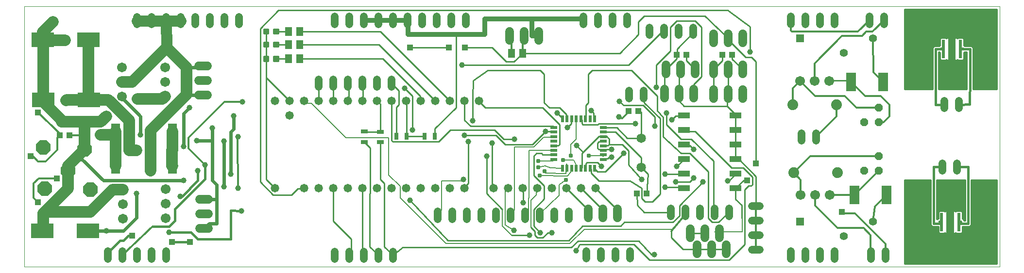
<source format=gtl>
G75*
%MOIN*%
%OFA0B0*%
%FSLAX25Y25*%
%IPPOS*%
%LPD*%
%AMOC8*
5,1,8,0,0,1.08239X$1,22.5*
%
%ADD10C,0.00000*%
%ADD11R,0.04331X0.03937*%
%ADD12C,0.06000*%
%ADD13OC8,0.10000*%
%ADD14R,0.07900X0.04300*%
%ADD15C,0.05800*%
%ADD16C,0.06750*%
%ADD17R,0.05000X0.02200*%
%ADD18R,0.02200X0.05000*%
%ADD19C,0.06500*%
%ADD20C,0.05200*%
%ADD21R,0.15748X0.09843*%
%ADD22R,0.06181X0.11102*%
%ADD23R,0.03150X0.04724*%
%ADD24R,0.04724X0.03150*%
%ADD25R,0.05543X0.05543*%
%ADD26C,0.05543*%
%ADD27R,0.07087X0.12598*%
%ADD28OC8,0.05200*%
%ADD29C,0.07400*%
%ADD30R,0.05118X0.05906*%
%ADD31C,0.01181*%
%ADD32R,0.01969X0.12992*%
%ADD33R,0.01575X0.01969*%
%ADD34R,0.05118X0.12992*%
%ADD35R,0.03937X0.04331*%
%ADD36C,0.00984*%
%ADD37C,0.01000*%
%ADD38C,0.03962*%
%ADD39C,0.02400*%
%ADD40C,0.01200*%
%ADD41C,0.01575*%
%ADD42R,0.03962X0.03962*%
%ADD43C,0.00600*%
%ADD44C,0.03100*%
%ADD45C,0.07874*%
%ADD46C,0.07600*%
%ADD47C,0.04750*%
%ADD48R,0.04750X0.04750*%
%ADD49C,0.03200*%
%ADD50C,0.01600*%
%ADD51R,0.03100X0.03100*%
D10*
X0115195Y0123933D02*
X0115195Y0302634D01*
X0784486Y0302634D01*
X0784486Y0123933D01*
X0115195Y0123933D01*
D11*
X0139407Y0213992D03*
X0146100Y0213992D03*
X0529742Y0230665D03*
X0536435Y0230665D03*
X0535401Y0174209D03*
X0542094Y0174209D03*
D12*
X0522072Y0163490D02*
X0522072Y0157490D01*
X0512072Y0157490D02*
X0512072Y0163490D01*
X0502072Y0163490D02*
X0502072Y0157490D01*
X0571993Y0149955D02*
X0571993Y0143955D01*
X0576793Y0138744D02*
X0576793Y0132744D01*
X0586793Y0132744D02*
X0586793Y0138744D01*
X0581993Y0143955D02*
X0581993Y0149955D01*
X0591993Y0149955D02*
X0591993Y0143955D01*
X0596793Y0138744D02*
X0596793Y0132744D01*
X0597974Y0239366D02*
X0597974Y0245366D01*
X0607974Y0245366D02*
X0607974Y0239366D01*
X0587974Y0239366D02*
X0587974Y0245366D01*
X0574510Y0245681D02*
X0574510Y0239681D01*
X0564510Y0239681D02*
X0564510Y0245681D01*
X0554510Y0245681D02*
X0554510Y0239681D01*
X0555297Y0256374D02*
X0555297Y0262374D01*
X0565297Y0262374D02*
X0565297Y0256374D01*
X0575297Y0256374D02*
X0575297Y0262374D01*
X0587974Y0262453D02*
X0587974Y0256453D01*
X0597974Y0256453D02*
X0597974Y0262453D01*
X0607974Y0262453D02*
X0607974Y0256453D01*
X0608100Y0277835D02*
X0608100Y0283835D01*
X0598100Y0283835D02*
X0598100Y0277835D01*
X0588100Y0277835D02*
X0588100Y0283835D01*
X0468112Y0285382D02*
X0468112Y0279382D01*
X0458112Y0279382D02*
X0458112Y0285382D01*
X0448112Y0285382D02*
X0448112Y0279382D01*
X0240793Y0261650D02*
X0234793Y0261650D01*
X0234793Y0251650D02*
X0240793Y0251650D01*
X0240793Y0241650D02*
X0234793Y0241650D01*
X0235581Y0169988D02*
X0241581Y0169988D01*
X0241581Y0159988D02*
X0235581Y0159988D01*
X0235581Y0149988D02*
X0241581Y0149988D01*
D13*
X0160510Y0176807D03*
X0145116Y0189878D03*
X0129014Y0177516D03*
X0128069Y0205665D03*
X0156415Y0204484D03*
D14*
X0567889Y0207634D03*
X0567889Y0217634D03*
X0567889Y0227634D03*
X0603289Y0227634D03*
X0603289Y0217634D03*
X0603289Y0207634D03*
X0603289Y0197634D03*
X0603289Y0187634D03*
X0603289Y0177634D03*
X0567889Y0177634D03*
X0567889Y0187634D03*
X0567889Y0197634D03*
D15*
X0507100Y0177862D03*
X0497100Y0177862D03*
X0487100Y0177862D03*
X0477100Y0177862D03*
X0467100Y0177862D03*
X0457100Y0177862D03*
X0447100Y0177862D03*
X0437100Y0177862D03*
X0417100Y0177862D03*
X0407100Y0177862D03*
X0397100Y0177862D03*
X0387100Y0177862D03*
X0377100Y0177862D03*
X0367100Y0177862D03*
X0357100Y0177862D03*
X0347100Y0177862D03*
X0337100Y0177862D03*
X0327100Y0177862D03*
X0317100Y0177862D03*
X0307100Y0177862D03*
X0287100Y0177862D03*
X0297100Y0227862D03*
X0297100Y0237862D03*
X0287100Y0237862D03*
X0307100Y0237862D03*
X0317100Y0237862D03*
X0327100Y0237862D03*
X0337100Y0237862D03*
X0347100Y0237862D03*
X0357100Y0237862D03*
X0367100Y0237862D03*
X0377100Y0237862D03*
X0387100Y0237862D03*
X0397100Y0237862D03*
X0407100Y0237862D03*
X0417100Y0237862D03*
X0427100Y0237862D03*
D16*
X0212085Y0177043D03*
X0212085Y0167043D03*
X0212085Y0157043D03*
X0182675Y0156650D03*
X0182675Y0166650D03*
X0182675Y0176650D03*
X0181998Y0240862D03*
X0181998Y0250862D03*
X0181998Y0260862D03*
X0211793Y0260941D03*
X0211793Y0250941D03*
X0211793Y0240941D03*
X0647360Y0251394D03*
X0657360Y0251394D03*
X0667360Y0251394D03*
X0667852Y0173146D03*
X0657852Y0173146D03*
X0647852Y0173146D03*
D17*
X0512323Y0197484D03*
X0512323Y0200634D03*
X0512323Y0203783D03*
X0512323Y0206933D03*
X0512323Y0210083D03*
X0512323Y0213232D03*
X0512323Y0216382D03*
X0512323Y0219531D03*
X0478523Y0219531D03*
X0478523Y0216382D03*
X0478523Y0213232D03*
X0478523Y0210083D03*
X0478523Y0206933D03*
X0478523Y0203783D03*
X0478523Y0200634D03*
X0478523Y0197484D03*
D18*
X0484400Y0191608D03*
X0487549Y0191608D03*
X0490699Y0191608D03*
X0493848Y0191608D03*
X0496998Y0191608D03*
X0500148Y0191608D03*
X0503297Y0191608D03*
X0506447Y0191608D03*
X0506447Y0225408D03*
X0503297Y0225408D03*
X0500148Y0225408D03*
X0496998Y0225408D03*
X0493848Y0225408D03*
X0490699Y0225408D03*
X0487549Y0225408D03*
X0484400Y0225408D03*
D19*
X0538435Y0212185D03*
X0538435Y0192185D03*
D20*
X0558667Y0163738D02*
X0558667Y0158538D01*
X0568667Y0158538D02*
X0568667Y0163738D01*
X0578667Y0163738D02*
X0578667Y0158538D01*
X0588667Y0158538D02*
X0588667Y0163738D01*
X0598667Y0163738D02*
X0598667Y0158538D01*
X0614563Y0155429D02*
X0619763Y0155429D01*
X0619763Y0145429D02*
X0614563Y0145429D01*
X0614563Y0135429D02*
X0619763Y0135429D01*
X0640963Y0134407D02*
X0640963Y0129207D01*
X0650963Y0129207D02*
X0650963Y0134407D01*
X0660963Y0134407D02*
X0660963Y0129207D01*
X0670963Y0129207D02*
X0670963Y0134407D01*
X0696081Y0134407D02*
X0696081Y0129207D01*
X0706081Y0129207D02*
X0706081Y0134407D01*
X0619763Y0165429D02*
X0614563Y0165429D01*
X0530938Y0134607D02*
X0530938Y0129407D01*
X0520938Y0129407D02*
X0520938Y0134607D01*
X0510938Y0134607D02*
X0510938Y0129407D01*
X0500938Y0129407D02*
X0500938Y0134607D01*
X0488885Y0156566D02*
X0488885Y0161766D01*
X0478885Y0161766D02*
X0478885Y0156566D01*
X0468885Y0156566D02*
X0468885Y0161766D01*
X0458885Y0161766D02*
X0458885Y0156566D01*
X0448885Y0156566D02*
X0448885Y0161766D01*
X0438885Y0161766D02*
X0438885Y0156566D01*
X0428885Y0156566D02*
X0428885Y0161766D01*
X0418885Y0161766D02*
X0418885Y0156566D01*
X0408885Y0156566D02*
X0408885Y0161766D01*
X0398885Y0161766D02*
X0398885Y0156566D01*
X0368136Y0134293D02*
X0368136Y0129093D01*
X0358136Y0129093D02*
X0358136Y0134293D01*
X0348136Y0134293D02*
X0348136Y0129093D01*
X0338136Y0129093D02*
X0338136Y0134293D01*
X0328136Y0134293D02*
X0328136Y0129093D01*
X0212595Y0129233D02*
X0212595Y0134433D01*
X0202595Y0134433D02*
X0202595Y0129233D01*
X0192595Y0129233D02*
X0192595Y0134433D01*
X0182595Y0134433D02*
X0182595Y0129233D01*
X0172595Y0129233D02*
X0172595Y0134433D01*
X0317065Y0247317D02*
X0317065Y0252517D01*
X0327065Y0252517D02*
X0327065Y0247317D01*
X0337065Y0247317D02*
X0337065Y0252517D01*
X0347065Y0252517D02*
X0347065Y0247317D01*
X0357065Y0247317D02*
X0357065Y0252517D01*
X0367065Y0252517D02*
X0367065Y0247317D01*
X0368069Y0290624D02*
X0368069Y0295824D01*
X0358069Y0295824D02*
X0358069Y0290624D01*
X0348069Y0290624D02*
X0348069Y0295824D01*
X0338069Y0295824D02*
X0338069Y0290624D01*
X0328069Y0290624D02*
X0328069Y0295824D01*
X0378069Y0295824D02*
X0378069Y0290624D01*
X0388069Y0290624D02*
X0388069Y0295824D01*
X0398069Y0295824D02*
X0398069Y0290624D01*
X0408069Y0290624D02*
X0408069Y0295824D01*
X0418069Y0295824D02*
X0418069Y0290624D01*
X0498738Y0290624D02*
X0498738Y0295824D01*
X0508738Y0295824D02*
X0508738Y0290624D01*
X0518738Y0290624D02*
X0518738Y0295824D01*
X0528738Y0295824D02*
X0528738Y0290624D01*
X0544211Y0288210D02*
X0544211Y0283010D01*
X0554211Y0283010D02*
X0554211Y0288210D01*
X0564211Y0288210D02*
X0564211Y0283010D01*
X0574211Y0283010D02*
X0574211Y0288210D01*
X0640963Y0290624D02*
X0640963Y0295824D01*
X0650963Y0295824D02*
X0650963Y0290624D01*
X0660963Y0290624D02*
X0660963Y0295824D01*
X0670963Y0295824D02*
X0670963Y0290624D01*
X0695077Y0290624D02*
X0695077Y0295824D01*
X0705077Y0295824D02*
X0705077Y0290624D01*
X0746437Y0237883D02*
X0746437Y0232683D01*
X0756437Y0232683D02*
X0756437Y0237883D01*
X0755293Y0194939D02*
X0755293Y0189739D01*
X0745293Y0189739D02*
X0745293Y0194939D01*
X0658344Y0210408D02*
X0658344Y0215608D01*
X0648344Y0215608D02*
X0648344Y0210408D01*
X0540234Y0239443D02*
X0540234Y0244643D01*
X0530234Y0244643D02*
X0530234Y0239443D01*
X0262595Y0290333D02*
X0262595Y0295533D01*
X0252595Y0295533D02*
X0252595Y0290333D01*
X0242595Y0290333D02*
X0242595Y0295533D01*
X0232595Y0295533D02*
X0232595Y0290333D01*
X0222595Y0290333D02*
X0222595Y0295533D01*
X0212595Y0295533D02*
X0212595Y0290333D01*
X0202595Y0290333D02*
X0202595Y0295533D01*
X0192595Y0295533D02*
X0192595Y0290333D01*
D21*
X0159156Y0279642D03*
X0127659Y0279642D03*
X0128022Y0238547D03*
X0159518Y0238547D03*
X0158959Y0148539D03*
X0127463Y0148539D03*
D22*
X0177746Y0192972D03*
X0216801Y0192972D03*
X0216801Y0216831D03*
X0177746Y0216831D03*
D23*
X0370321Y0213461D03*
X0377407Y0213461D03*
X0389833Y0213461D03*
X0396919Y0213461D03*
D24*
X0359329Y0216413D03*
X0348423Y0216665D03*
X0348423Y0209579D03*
X0359329Y0209327D03*
D25*
X0647380Y0154858D03*
X0647380Y0280843D03*
D26*
X0677380Y0270843D03*
X0697380Y0280843D03*
X0697380Y0154858D03*
X0677380Y0144858D03*
D27*
X0684880Y0173146D03*
X0706927Y0173146D03*
X0704467Y0250902D03*
X0682419Y0250902D03*
D28*
X0701396Y0233264D03*
X0701396Y0223264D03*
X0691396Y0223264D03*
X0701396Y0199799D03*
X0701396Y0189799D03*
X0691396Y0189799D03*
D29*
X0673010Y0188402D03*
X0643010Y0188402D03*
X0642518Y0235154D03*
X0672518Y0235154D03*
D30*
X0457026Y0270587D03*
X0449545Y0270587D03*
X0303974Y0266650D03*
X0296494Y0266650D03*
X0296494Y0276492D03*
X0303974Y0276492D03*
X0303974Y0285350D03*
X0296494Y0285350D03*
D31*
X0289317Y0286728D02*
X0289317Y0283972D01*
X0286561Y0283972D01*
X0286561Y0286728D01*
X0289317Y0286728D01*
X0289317Y0285152D02*
X0286561Y0285152D01*
X0286561Y0286332D02*
X0289317Y0286332D01*
X0282411Y0286728D02*
X0282411Y0283972D01*
X0279655Y0283972D01*
X0279655Y0286728D01*
X0282411Y0286728D01*
X0282411Y0285152D02*
X0279655Y0285152D01*
X0279655Y0286332D02*
X0282411Y0286332D01*
X0282411Y0277870D02*
X0282411Y0275114D01*
X0279655Y0275114D01*
X0279655Y0277870D01*
X0282411Y0277870D01*
X0282411Y0276294D02*
X0279655Y0276294D01*
X0279655Y0277474D02*
X0282411Y0277474D01*
X0289317Y0277870D02*
X0289317Y0275114D01*
X0286561Y0275114D01*
X0286561Y0277870D01*
X0289317Y0277870D01*
X0289317Y0276294D02*
X0286561Y0276294D01*
X0286561Y0277474D02*
X0289317Y0277474D01*
X0289317Y0268028D02*
X0289317Y0265272D01*
X0286561Y0265272D01*
X0286561Y0268028D01*
X0289317Y0268028D01*
X0289317Y0266452D02*
X0286561Y0266452D01*
X0286561Y0267632D02*
X0289317Y0267632D01*
X0282411Y0268028D02*
X0282411Y0265272D01*
X0279655Y0265272D01*
X0279655Y0268028D01*
X0282411Y0268028D01*
X0282411Y0266452D02*
X0279655Y0266452D01*
X0279655Y0267632D02*
X0282411Y0267632D01*
D32*
X0745788Y0273472D03*
X0757599Y0273472D03*
X0756435Y0154445D03*
X0744624Y0154445D03*
D33*
X0743246Y0154445D03*
X0757813Y0154445D03*
X0758977Y0273472D03*
X0744410Y0273472D03*
D34*
X0751693Y0273472D03*
X0750530Y0154445D03*
D35*
X0600825Y0269602D03*
X0594132Y0269602D03*
X0569329Y0269602D03*
X0562636Y0269602D03*
D36*
X0563030Y0269996D01*
X0563030Y0273539D01*
X0574211Y0284720D01*
X0574211Y0285610D01*
X0582258Y0296177D02*
X0598100Y0280835D01*
X0598100Y0279807D01*
X0610274Y0267634D01*
X0614211Y0267634D01*
X0617163Y0264681D01*
X0617163Y0194799D01*
X0617163Y0185941D02*
X0605470Y0197634D01*
X0603289Y0197634D01*
X0603289Y0207634D01*
X0603289Y0217634D01*
X0603289Y0227634D01*
X0603289Y0228359D01*
X0597478Y0234169D01*
X0597478Y0241870D01*
X0597974Y0242366D01*
X0597974Y0259453D01*
X0600825Y0266602D02*
X0607974Y0259453D01*
X0600825Y0266602D02*
X0600825Y0269602D01*
X0594132Y0269602D02*
X0594132Y0265610D01*
X0587974Y0259453D01*
X0587974Y0242366D01*
X0597478Y0234169D02*
X0567951Y0234169D01*
X0564998Y0237122D01*
X0564998Y0242193D01*
X0564510Y0242681D01*
X0564510Y0258587D01*
X0565297Y0259374D01*
X0562636Y0266713D02*
X0555297Y0259374D01*
X0554510Y0258587D01*
X0554510Y0242681D01*
X0538482Y0230272D02*
X0536435Y0230665D01*
X0538482Y0230272D02*
X0538435Y0212185D01*
X0528817Y0212280D01*
X0521691Y0219406D01*
X0512449Y0219406D01*
X0512323Y0219531D01*
X0512394Y0216453D02*
X0512323Y0216382D01*
X0512394Y0216453D02*
X0520707Y0216453D01*
X0538482Y0198677D01*
X0538435Y0192185D01*
X0543148Y0187614D01*
X0542094Y0174209D01*
X0535401Y0174209D02*
X0535672Y0166284D01*
X0543124Y0161138D02*
X0558667Y0161138D01*
X0571993Y0146955D02*
X0581993Y0146955D01*
X0607321Y0157083D02*
X0607321Y0157683D01*
X0607321Y0166256D01*
X0603289Y0170288D01*
X0603289Y0177634D01*
X0608643Y0182988D01*
X0611258Y0182988D01*
X0522872Y0162091D02*
X0522487Y0162475D01*
X0507100Y0177862D01*
X0497100Y0177862D02*
X0512487Y0162475D01*
X0512872Y0162091D01*
X0502872Y0162091D02*
X0502487Y0162475D01*
X0487100Y0177862D01*
X0496207Y0139126D02*
X0493644Y0134764D01*
X0496207Y0139126D02*
X0496813Y0139126D01*
X0362242Y0161335D02*
X0362242Y0181020D01*
X0359329Y0183933D01*
X0359329Y0209327D01*
X0352400Y0205602D02*
X0348423Y0209579D01*
X0352400Y0205602D02*
X0352400Y0174130D01*
X0327100Y0177862D02*
X0327100Y0155138D01*
X0339604Y0142634D01*
X0339604Y0133343D01*
X0338136Y0131693D01*
X0287100Y0177862D02*
X0281033Y0183929D01*
X0281033Y0253929D01*
X0297100Y0237862D01*
X0281033Y0253929D02*
X0281033Y0266650D01*
X0281033Y0276492D01*
X0281033Y0285350D01*
X0287939Y0285350D02*
X0296494Y0285350D01*
X0303974Y0285350D02*
X0359612Y0285350D01*
X0407100Y0237862D01*
X0411455Y0233185D02*
X0411455Y0283382D01*
X0406533Y0274524D02*
X0379959Y0274524D01*
X0361258Y0266650D02*
X0303974Y0266650D01*
X0296494Y0266650D02*
X0287939Y0266650D01*
X0287939Y0276492D02*
X0296494Y0276492D01*
X0303974Y0276492D02*
X0358470Y0276492D01*
X0397100Y0237862D01*
X0387100Y0237862D02*
X0386848Y0238114D01*
X0386848Y0241059D01*
X0361258Y0266650D01*
X0367065Y0249917D02*
X0372085Y0244898D01*
X0372085Y0235154D01*
X0370321Y0233390D01*
X0370321Y0213461D01*
X0377407Y0213461D02*
X0389833Y0213461D01*
X0396919Y0213461D02*
X0396919Y0218650D01*
X0411455Y0233185D01*
X0417100Y0237862D02*
X0417100Y0224587D01*
X0421297Y0220390D01*
X0477665Y0220390D01*
X0478523Y0219531D01*
X0377407Y0213461D02*
X0377407Y0237555D01*
X0377100Y0237862D01*
X0359329Y0235634D02*
X0357100Y0237862D01*
X0359329Y0235634D02*
X0359329Y0216413D01*
X0348675Y0216413D01*
X0348423Y0216665D01*
X0436061Y0274524D02*
X0445904Y0264681D01*
X0451120Y0264681D01*
X0457026Y0270587D01*
X0523659Y0270587D01*
X0536455Y0283382D01*
X0536455Y0292240D01*
X0540392Y0296177D01*
X0582258Y0296177D01*
X0569329Y0269602D02*
X0569329Y0265343D01*
X0575297Y0259374D01*
X0562636Y0266713D02*
X0562636Y0269602D01*
X0436061Y0274524D02*
X0417360Y0274524D01*
D37*
X0415486Y0262457D02*
X0529880Y0262457D01*
X0552222Y0284799D01*
X0554010Y0284799D01*
X0554211Y0285610D01*
X0558478Y0288374D02*
X0558478Y0272287D01*
X0548648Y0262457D01*
X0548648Y0247264D01*
X0549541Y0241008D02*
X0549541Y0231083D01*
X0553580Y0226385D01*
X0553580Y0213073D01*
X0565628Y0201685D01*
X0571884Y0201685D01*
X0584396Y0189173D01*
X0584396Y0157000D01*
X0587077Y0154319D01*
X0591545Y0154319D01*
X0597801Y0160575D01*
X0598667Y0161138D01*
X0588667Y0161138D02*
X0587970Y0161469D01*
X0587970Y0196323D01*
X0572778Y0211516D01*
X0565628Y0211516D01*
X0555797Y0221346D01*
X0555797Y0229390D01*
X0551329Y0225815D02*
X0540604Y0236539D01*
X0540604Y0241902D01*
X0540234Y0242043D01*
X0549541Y0241008D02*
X0531667Y0258882D01*
X0504856Y0258882D01*
X0502175Y0256201D01*
X0502175Y0236539D01*
X0500388Y0234752D01*
X0500388Y0225815D01*
X0500148Y0225408D01*
X0497707Y0224921D02*
X0496998Y0225408D01*
X0497707Y0224921D02*
X0497707Y0222240D01*
X0498600Y0221346D01*
X0508431Y0221346D01*
X0509325Y0222240D01*
X0534348Y0222240D01*
X0547754Y0220453D02*
X0547754Y0226709D01*
X0539711Y0234752D01*
X0526305Y0234752D01*
X0523624Y0237433D01*
X0529742Y0230665D02*
X0529742Y0230480D01*
X0525195Y0225933D01*
X0523022Y0226760D01*
X0506447Y0225408D02*
X0505750Y0225815D01*
X0505750Y0229390D01*
X0503963Y0231177D01*
X0493848Y0225408D02*
X0493238Y0224921D01*
X0490699Y0225408D02*
X0490557Y0224921D01*
X0490557Y0222240D01*
X0487876Y0219559D01*
X0482514Y0221346D02*
X0470896Y0232965D01*
X0431573Y0232965D01*
X0427104Y0237433D01*
X0427100Y0237862D01*
X0422636Y0240075D02*
X0423266Y0251886D01*
X0433108Y0258776D01*
X0441404Y0258882D01*
X0469108Y0258882D01*
X0471789Y0256201D01*
X0471789Y0236539D01*
X0475364Y0232965D01*
X0482514Y0232965D01*
X0486982Y0228496D01*
X0486982Y0225815D01*
X0487549Y0225408D01*
X0484400Y0225408D02*
X0484301Y0225815D01*
X0480726Y0229390D01*
X0482514Y0221346D02*
X0482514Y0207941D01*
X0481620Y0207047D01*
X0478939Y0207047D01*
X0478523Y0206933D01*
X0478523Y0203783D02*
X0478045Y0203472D01*
X0478045Y0200791D02*
X0478523Y0200634D01*
X0478045Y0200791D02*
X0470896Y0200791D01*
X0470002Y0201685D01*
X0466427Y0201685D01*
X0464640Y0199898D01*
X0464640Y0186492D01*
X0471789Y0179343D01*
X0471789Y0170406D01*
X0464640Y0163256D01*
X0464640Y0151638D01*
X0469108Y0147169D01*
X0465533Y0148063D02*
X0465533Y0145382D01*
X0467281Y0143754D01*
X0470856Y0143754D01*
X0474470Y0147169D01*
X0477152Y0147169D01*
X0465533Y0148063D02*
X0462852Y0150744D01*
X0461959Y0145382D02*
X0449447Y0145382D01*
X0443191Y0163256D02*
X0432467Y0173980D01*
X0432467Y0199898D01*
X0436041Y0208835D02*
X0436041Y0179343D01*
X0436935Y0178449D01*
X0437100Y0177862D01*
X0444978Y0175768D02*
X0446766Y0177555D01*
X0447100Y0177862D01*
X0457100Y0177862D02*
X0457490Y0177555D01*
X0457490Y0167724D01*
X0466427Y0177555D02*
X0467100Y0177862D01*
X0484400Y0191608D02*
X0484301Y0191854D01*
X0486982Y0191854D02*
X0487549Y0191608D01*
X0486982Y0191854D02*
X0486982Y0194535D01*
X0490699Y0191608D02*
X0490557Y0190961D01*
X0496998Y0191608D02*
X0497707Y0191854D01*
X0497707Y0201685D01*
X0498600Y0202579D01*
X0494132Y0207047D01*
X0498600Y0202579D02*
X0509325Y0213303D01*
X0512006Y0213303D01*
X0512323Y0213232D01*
X0512900Y0213303D01*
X0514687Y0213303D01*
X0516474Y0211516D01*
X0516474Y0207941D01*
X0525411Y0207941D01*
X0529880Y0203472D01*
X0529880Y0193642D01*
X0538911Y0183811D01*
X0538817Y0177874D02*
X0530774Y0182917D01*
X0509325Y0182917D01*
X0503963Y0188280D01*
X0503963Y0190961D01*
X0503297Y0191608D01*
X0500388Y0191854D02*
X0500388Y0194535D01*
X0501281Y0195429D01*
X0508431Y0195429D01*
X0511112Y0192748D01*
X0513793Y0189173D02*
X0508431Y0189173D01*
X0506644Y0190961D01*
X0506447Y0191608D01*
X0500388Y0191854D02*
X0500148Y0191608D01*
X0512323Y0197484D02*
X0512900Y0198110D01*
X0515581Y0198110D01*
X0516474Y0199004D01*
X0518262Y0199004D01*
X0512323Y0200634D02*
X0512006Y0199898D01*
X0512323Y0203783D02*
X0512900Y0204366D01*
X0518262Y0204366D01*
X0515581Y0207047D02*
X0516474Y0207941D01*
X0515581Y0207047D02*
X0512900Y0207047D01*
X0512323Y0206933D01*
X0512006Y0204366D02*
X0512323Y0203783D01*
X0512006Y0204366D02*
X0509325Y0204366D01*
X0508431Y0205260D01*
X0508431Y0208835D01*
X0509325Y0209728D01*
X0512006Y0209728D01*
X0512323Y0210083D01*
X0526305Y0201685D02*
X0513793Y0189173D01*
X0538817Y0177874D02*
X0538817Y0170755D01*
X0538795Y0170733D01*
X0541195Y0168333D01*
X0545995Y0168333D01*
X0551395Y0173733D01*
X0551395Y0176595D01*
X0551329Y0176661D01*
X0551329Y0225815D01*
X0559372Y0224921D02*
X0562053Y0227602D01*
X0567415Y0227602D01*
X0567889Y0227634D01*
X0567889Y0217634D02*
X0568309Y0216878D01*
X0575459Y0216878D01*
X0600482Y0191854D01*
X0608526Y0191854D01*
X0614781Y0185598D01*
X0614781Y0180236D01*
X0613888Y0179343D01*
X0612100Y0179343D01*
X0609419Y0176661D01*
X0609419Y0139126D01*
X0598695Y0128402D01*
X0544148Y0128402D01*
X0533423Y0139126D01*
X0496813Y0139126D01*
X0495038Y0141513D02*
X0490557Y0137032D01*
X0374675Y0137032D01*
X0368136Y0131693D01*
X0362242Y0137587D01*
X0362242Y0161335D01*
X0379832Y0169512D02*
X0405937Y0141807D01*
X0488770Y0141807D01*
X0498281Y0151919D01*
X0521518Y0151919D01*
X0524493Y0151894D01*
X0526918Y0154319D01*
X0560266Y0154319D01*
X0564734Y0158787D01*
X0564734Y0165937D01*
X0580821Y0182024D01*
X0574565Y0184705D02*
X0571884Y0182024D01*
X0562053Y0182024D01*
X0567415Y0178449D02*
X0554904Y0178449D01*
X0567415Y0178449D02*
X0567889Y0177634D01*
X0567415Y0187386D02*
X0554904Y0187386D01*
X0562947Y0192748D02*
X0567415Y0197217D01*
X0567889Y0197634D01*
X0568309Y0207047D02*
X0567889Y0207634D01*
X0568309Y0207047D02*
X0571884Y0207047D01*
X0574565Y0204366D01*
X0567889Y0187634D02*
X0567415Y0187386D01*
X0597801Y0182917D02*
X0598695Y0182917D01*
X0603163Y0187386D01*
X0603289Y0187634D01*
X0617163Y0185941D02*
X0617163Y0165429D01*
X0567184Y0135744D02*
X0559195Y0143733D01*
X0559195Y0148106D01*
X0559072Y0148229D01*
X0543124Y0161138D02*
X0543119Y0161133D01*
X0540595Y0161133D01*
X0535672Y0166056D01*
X0535672Y0166284D01*
X0536679Y0141513D02*
X0495038Y0141513D01*
X0536679Y0141513D02*
X0545585Y0132008D01*
X0547478Y0132008D01*
X0567184Y0135744D02*
X0576793Y0135744D01*
X0586793Y0135744D01*
X0596793Y0135744D01*
X0478523Y0197484D02*
X0478045Y0198110D01*
X0463746Y0207941D02*
X0472683Y0216878D01*
X0478045Y0216878D01*
X0478523Y0216382D01*
X0478045Y0213303D02*
X0478523Y0213232D01*
X0463746Y0207941D02*
X0444978Y0207941D01*
X0438722Y0214197D01*
X0417274Y0214197D01*
X0419955Y0209728D02*
X0419955Y0181130D01*
X0417274Y0178449D01*
X0417100Y0177862D01*
X0399400Y0209728D02*
X0368120Y0209728D01*
X0367226Y0210622D01*
X0367226Y0237433D01*
X0367100Y0237862D01*
X0376163Y0246370D02*
X0381526Y0241008D01*
X0381526Y0217772D01*
X0399400Y0209728D02*
X0407443Y0217772D01*
X0437829Y0217772D01*
X0444085Y0211516D01*
X0451566Y0211516D01*
X0422636Y0224028D02*
X0422636Y0240075D01*
X0422636Y0240114D01*
X0347565Y0238327D02*
X0347100Y0237862D01*
X0347565Y0238327D02*
X0347565Y0249051D01*
X0347065Y0249917D01*
X0337734Y0249051D02*
X0337065Y0249917D01*
X0337734Y0249051D02*
X0337734Y0238327D01*
X0337100Y0237862D01*
X0327100Y0237862D02*
X0327010Y0238327D01*
X0327010Y0249051D01*
X0327065Y0249917D01*
X0317179Y0249051D02*
X0317065Y0249917D01*
X0317179Y0249051D02*
X0317179Y0238327D01*
X0317100Y0237862D01*
X0276963Y0287480D02*
X0289474Y0299992D01*
X0597801Y0299992D01*
X0612994Y0288799D01*
X0612994Y0271394D01*
X0579927Y0288374D02*
X0579927Y0254413D01*
X0574565Y0249051D01*
X0574565Y0242795D01*
X0574510Y0242681D01*
X0667360Y0251394D02*
X0667510Y0251732D01*
X0681809Y0251732D01*
X0682419Y0250902D01*
X0579927Y0288374D02*
X0575459Y0292843D01*
X0562947Y0292843D01*
X0558478Y0288374D01*
X0347100Y0177862D02*
X0347100Y0132776D01*
X0348136Y0131693D01*
X0352203Y0137626D02*
X0358136Y0131693D01*
X0352203Y0137626D02*
X0352203Y0174130D01*
X0352400Y0174130D01*
X0307100Y0177862D02*
X0306455Y0177555D01*
X0302880Y0177555D01*
X0298411Y0173087D01*
X0285900Y0173087D01*
X0276963Y0182024D01*
X0276963Y0287480D01*
D38*
X0376163Y0246370D03*
X0415486Y0262457D03*
X0480726Y0229390D03*
X0487876Y0219559D03*
X0472683Y0216878D03*
X0451566Y0211516D03*
X0436041Y0208835D03*
X0419955Y0209728D03*
X0417274Y0214197D03*
X0422636Y0224028D03*
X0381526Y0217772D03*
X0432467Y0199898D03*
X0416380Y0183811D03*
X0379832Y0169512D03*
X0451234Y0148957D03*
X0461959Y0145382D03*
X0469108Y0147169D03*
X0477152Y0147169D03*
X0493644Y0134764D03*
X0547478Y0132008D03*
X0457490Y0167724D03*
X0511112Y0192748D03*
X0518262Y0199004D03*
X0518262Y0204366D03*
X0526305Y0201685D03*
X0554904Y0187386D03*
X0562947Y0192748D03*
X0574565Y0184705D03*
X0580821Y0182024D03*
X0562053Y0182024D03*
X0554904Y0178449D03*
X0538911Y0183811D03*
X0574565Y0204366D03*
X0547754Y0220453D03*
X0534348Y0222240D03*
X0523022Y0226760D03*
X0503963Y0231177D03*
X0523624Y0237433D03*
X0548648Y0247264D03*
X0555797Y0229390D03*
X0559372Y0224921D03*
X0494132Y0207047D03*
X0597801Y0182917D03*
X0612994Y0271394D03*
X0264801Y0237122D03*
X0258896Y0227464D03*
X0244132Y0218974D03*
X0261628Y0213194D03*
X0252006Y0210055D03*
X0233305Y0210547D03*
X0224447Y0206610D03*
X0239211Y0193815D03*
X0234289Y0189878D03*
X0224447Y0182988D03*
X0201809Y0189878D03*
X0191967Y0174130D03*
X0221986Y0172161D03*
X0252006Y0178933D03*
X0261848Y0177812D03*
X0256927Y0187559D03*
X0264019Y0162103D03*
X0214604Y0147555D03*
X0171297Y0148539D03*
X0194919Y0214484D03*
X0228384Y0233185D03*
D39*
X0224447Y0229248D01*
X0224447Y0206610D01*
X0233305Y0210547D02*
X0244132Y0210547D01*
X0244132Y0182988D01*
X0247085Y0180035D01*
X0247085Y0170193D01*
X0247085Y0153461D01*
X0242053Y0153461D01*
X0238581Y0149988D01*
X0238581Y0169988D02*
X0238785Y0170193D01*
X0247085Y0170193D01*
X0252006Y0178933D02*
X0252006Y0210055D01*
X0244132Y0210547D02*
X0244132Y0218974D01*
X0256927Y0216453D02*
X0256927Y0187559D01*
X0224447Y0182988D02*
X0169329Y0182988D01*
X0155077Y0197240D01*
X0194919Y0214484D02*
X0194919Y0227280D01*
X0181998Y0240201D01*
X0181998Y0240862D01*
X0226415Y0242043D02*
X0226809Y0241650D01*
X0237793Y0241650D01*
X0258896Y0227464D02*
X0258896Y0218421D01*
X0256927Y0216453D01*
X0191967Y0174130D02*
X0191967Y0157398D01*
X0183108Y0148539D01*
X0171297Y0148539D01*
X0158959Y0148539D01*
X0226415Y0260744D02*
X0236888Y0260744D01*
X0237793Y0261650D01*
D40*
X0252498Y0237122D02*
X0227892Y0212516D01*
X0227892Y0205134D01*
X0239211Y0193815D01*
X0261848Y0177812D02*
X0261525Y0211003D01*
X0261628Y0212490D01*
X0261628Y0213194D01*
X0264801Y0237122D02*
X0252498Y0237122D01*
X0156533Y0213008D02*
X0155549Y0213992D01*
X0146100Y0213992D01*
X0139407Y0213992D02*
X0139407Y0215370D01*
X0124545Y0229740D01*
X0139407Y0213992D02*
X0137833Y0212417D01*
X0137833Y0204150D01*
X0129959Y0196276D01*
X0124545Y0196276D01*
X0121100Y0199720D01*
X0119624Y0199720D01*
X0125037Y0184465D02*
X0121593Y0181020D01*
X0121593Y0171177D01*
X0124545Y0168224D01*
X0125037Y0184465D02*
X0137341Y0184465D01*
X0182595Y0131833D02*
X0203226Y0151492D01*
X0449545Y0270587D02*
X0449545Y0280949D01*
X0448112Y0282382D01*
X0457026Y0281295D02*
X0458112Y0282382D01*
X0457026Y0281295D02*
X0457026Y0270587D01*
X0640963Y0286157D02*
X0641770Y0285350D01*
X0687203Y0285350D01*
X0695077Y0293224D01*
X0697203Y0285350D02*
X0705077Y0293224D01*
X0697203Y0285350D02*
X0692951Y0285350D01*
X0689998Y0282398D01*
X0676219Y0282398D01*
X0657360Y0263539D01*
X0657360Y0251394D01*
X0647360Y0251394D02*
X0657695Y0241059D01*
X0678187Y0241059D01*
X0685982Y0233264D01*
X0701396Y0233264D01*
X0708699Y0235154D02*
X0702793Y0241059D01*
X0692262Y0241059D01*
X0682419Y0250902D01*
X0697872Y0257496D02*
X0704467Y0250902D01*
X0697872Y0257496D02*
X0697380Y0280843D01*
X0640963Y0286157D02*
X0640963Y0293224D01*
X0647360Y0251394D02*
X0642518Y0246551D01*
X0642518Y0235154D01*
X0658344Y0213008D02*
X0672518Y0227181D01*
X0672518Y0235154D01*
X0701396Y0223264D02*
X0704683Y0223264D01*
X0708699Y0227280D01*
X0708699Y0235154D01*
X0701396Y0199799D02*
X0654407Y0199799D01*
X0643010Y0188402D01*
X0647852Y0183559D01*
X0647852Y0173146D01*
X0657852Y0173146D02*
X0657852Y0165921D01*
X0673266Y0150508D01*
X0690982Y0150508D01*
X0695904Y0145587D01*
X0695904Y0131984D01*
X0696081Y0131807D01*
X0706081Y0131807D02*
X0706081Y0139543D01*
X0685274Y0160350D01*
X0677203Y0160350D01*
X0676219Y0161335D01*
X0697380Y0154858D02*
X0698856Y0165075D01*
X0706927Y0173146D01*
X0701396Y0189799D02*
X0684880Y0173283D01*
X0684880Y0173146D01*
X0667852Y0173146D01*
X0617163Y0165429D02*
X0617163Y0155429D01*
X0617163Y0145429D01*
X0617163Y0135429D01*
X0568667Y0159634D02*
X0560126Y0149482D01*
X0559072Y0148229D01*
X0568667Y0159634D02*
X0568667Y0161138D01*
D41*
X0264019Y0162103D02*
X0256927Y0162319D01*
X0256927Y0142634D01*
X0234289Y0142634D01*
X0229368Y0147555D01*
X0214604Y0147555D01*
X0214604Y0151492D02*
X0203226Y0151492D01*
X0214604Y0151492D02*
X0218541Y0155429D01*
X0218541Y0163303D01*
X0239211Y0183972D01*
X0239211Y0193815D01*
X0234289Y0189878D02*
X0234289Y0182988D01*
X0223463Y0172161D01*
X0221986Y0172161D01*
X0155077Y0197240D02*
X0152478Y0197240D01*
X0145116Y0189878D01*
X0155077Y0197240D02*
X0152124Y0200193D01*
D42*
X0137341Y0184465D03*
X0119624Y0199720D03*
X0124545Y0229740D03*
X0124545Y0168224D03*
X0189014Y0145094D03*
X0216573Y0140665D03*
X0228876Y0140665D03*
X0379959Y0274524D03*
X0406533Y0274524D03*
X0417360Y0274524D03*
X0617163Y0194799D03*
X0611258Y0182988D03*
X0676219Y0161335D03*
D43*
X0743246Y0154445D02*
X0743945Y0155183D01*
X0744624Y0154445D01*
X0756435Y0154445D02*
X0756445Y0155183D01*
X0757695Y0155183D01*
X0757813Y0154445D01*
X0607695Y0157683D02*
X0607695Y0147683D01*
X0588945Y0147683D01*
X0591993Y0146955D01*
X0607321Y0157683D02*
X0607695Y0157683D01*
X0560126Y0149482D02*
X0560077Y0149524D01*
X0499422Y0149524D01*
X0489579Y0139681D01*
X0404565Y0139681D01*
X0373069Y0171177D01*
X0373069Y0179051D01*
X0365195Y0186925D01*
X0365195Y0212516D01*
X0335667Y0212516D01*
X0312045Y0236138D01*
X0308108Y0236138D01*
X0307100Y0237862D01*
X0415195Y0182683D02*
X0416380Y0183811D01*
X0415195Y0182683D02*
X0401445Y0182683D01*
X0401445Y0162683D01*
X0398945Y0160183D01*
X0398885Y0159166D01*
X0443191Y0163256D02*
X0443191Y0151638D01*
X0449447Y0145382D01*
X0451234Y0148957D02*
X0445025Y0152367D01*
X0444978Y0175768D01*
X0460975Y0170063D02*
X0461595Y0171933D01*
X0461445Y0203933D01*
X0477695Y0203933D01*
X0478523Y0203783D01*
X0478523Y0197484D02*
X0477695Y0196433D01*
X0467695Y0196433D01*
X0467695Y0192233D02*
X0472495Y0193033D01*
X0475995Y0191933D01*
X0483945Y0191433D01*
X0484400Y0191608D01*
X0487549Y0191608D02*
X0487695Y0191433D01*
X0487245Y0190183D01*
X0486895Y0187803D01*
X0472915Y0188093D01*
X0472085Y0189493D01*
X0468945Y0186433D02*
X0487695Y0186163D01*
X0490195Y0188933D01*
X0490195Y0191433D01*
X0490699Y0191608D01*
X0493848Y0191608D02*
X0493945Y0192683D01*
X0493945Y0193933D01*
X0492245Y0197233D01*
X0484745Y0197233D01*
X0490135Y0200123D02*
X0490195Y0207683D01*
X0493945Y0211433D01*
X0493945Y0225183D01*
X0493848Y0225408D01*
X0478523Y0213232D02*
X0477695Y0212683D01*
X0471445Y0212683D01*
X0464745Y0205983D01*
X0451445Y0205983D01*
X0451445Y0162683D01*
X0448945Y0160183D01*
X0448885Y0159166D01*
X0458885Y0159166D02*
X0459178Y0159166D01*
X0460975Y0160963D01*
X0460975Y0170063D01*
X0462852Y0169512D02*
X0466427Y0173087D01*
X0466427Y0177555D01*
X0462852Y0169512D02*
X0462852Y0150744D01*
X0468885Y0159166D02*
X0468945Y0160183D01*
X0482245Y0172683D01*
X0482245Y0180083D01*
X0486785Y0183313D01*
X0502345Y0200183D02*
X0511445Y0200183D01*
X0512323Y0200634D01*
X0512695Y0162683D02*
X0512487Y0162475D01*
X0512695Y0162683D02*
X0512695Y0161433D01*
X0512072Y0160490D01*
X0522072Y0160490D02*
X0522695Y0161433D01*
X0522695Y0162683D01*
X0522487Y0162475D01*
X0502695Y0162683D02*
X0502695Y0161433D01*
X0502072Y0160490D01*
X0502487Y0162475D02*
X0502695Y0162683D01*
X0744410Y0273472D02*
X0745195Y0273933D01*
X0745788Y0273472D01*
X0758945Y0273472D02*
X0758945Y0273933D01*
X0758977Y0273472D01*
X0172813Y0133815D02*
X0172695Y0133933D01*
X0172695Y0132683D01*
X0172595Y0131833D01*
D44*
X0467695Y0192233D03*
X0467695Y0196433D03*
X0472085Y0189493D03*
X0468945Y0186433D03*
X0486785Y0183313D03*
X0484745Y0197233D03*
X0490135Y0200123D03*
X0502345Y0200183D03*
D45*
X0226415Y0242043D02*
X0201809Y0217437D01*
X0201809Y0189878D01*
X0216573Y0193201D02*
X0216801Y0192972D01*
X0216573Y0193201D02*
X0216573Y0203657D01*
X0216801Y0203886D01*
X0216801Y0216831D01*
X0191967Y0203657D02*
X0187045Y0203657D01*
X0187045Y0224327D01*
X0172825Y0238547D01*
X0159518Y0238547D01*
X0144179Y0238547D01*
X0143738Y0238106D01*
X0140785Y0224327D02*
X0128022Y0237091D01*
X0128022Y0238547D01*
X0128022Y0279280D01*
X0127659Y0279642D01*
X0143246Y0279445D01*
X0134880Y0292240D02*
X0127659Y0285020D01*
X0127659Y0279642D01*
X0159156Y0279642D02*
X0159156Y0238909D01*
X0159518Y0238547D01*
X0171297Y0227280D02*
X0167360Y0223343D01*
X0156533Y0223343D01*
X0156533Y0213008D01*
X0156533Y0204484D01*
X0156415Y0204484D01*
X0152124Y0200193D01*
X0145116Y0193185D01*
X0145116Y0189878D01*
X0145116Y0177476D01*
X0128974Y0161335D01*
X0127990Y0160350D01*
X0127990Y0149067D01*
X0127463Y0148539D01*
X0128974Y0161335D02*
X0160470Y0161335D01*
X0175785Y0176650D01*
X0182675Y0176650D01*
X0177746Y0192972D02*
X0177746Y0214484D01*
X0177746Y0216831D01*
X0174250Y0214484D02*
X0167360Y0214484D01*
X0156533Y0223343D02*
X0140785Y0223343D01*
X0140785Y0224327D01*
X0192951Y0239091D02*
X0209943Y0239091D01*
X0211793Y0240941D01*
X0226415Y0242043D02*
X0226415Y0260744D01*
X0212636Y0274524D01*
X0188974Y0250862D01*
X0181998Y0250862D01*
D46*
X0212636Y0274524D02*
X0212595Y0292933D01*
X0202595Y0292933D01*
X0192595Y0292933D01*
X0212595Y0292933D02*
X0222595Y0292933D01*
D47*
X0192951Y0239091D03*
X0171297Y0227280D03*
X0143738Y0238106D03*
X0167360Y0214484D03*
X0191967Y0203657D03*
X0216573Y0203657D03*
X0127990Y0160350D03*
D48*
X0143246Y0279445D03*
D49*
X0174250Y0214484D02*
X0177746Y0214484D01*
X0348069Y0293224D02*
X0358069Y0293224D01*
X0368069Y0293224D01*
X0378069Y0293224D01*
X0378482Y0292811D01*
X0378482Y0283382D01*
X0411455Y0283382D01*
X0431140Y0283382D01*
X0431140Y0294209D01*
X0463620Y0294209D01*
X0463620Y0282382D01*
X0468112Y0282382D01*
X0463620Y0294209D02*
X0498738Y0294209D01*
X0498738Y0293224D01*
D50*
X0719526Y0293375D02*
X0782186Y0293375D01*
X0782186Y0291777D02*
X0719526Y0291777D01*
X0719526Y0290178D02*
X0782186Y0290178D01*
X0782186Y0288580D02*
X0719526Y0288580D01*
X0719526Y0286981D02*
X0782186Y0286981D01*
X0782186Y0285383D02*
X0719526Y0285383D01*
X0719526Y0283784D02*
X0782186Y0283784D01*
X0782186Y0282186D02*
X0719526Y0282186D01*
X0719526Y0280587D02*
X0743204Y0280587D01*
X0743204Y0280630D02*
X0743204Y0276056D01*
X0742960Y0276056D01*
X0742775Y0275872D01*
X0739897Y0275872D01*
X0739015Y0275506D01*
X0738340Y0274831D01*
X0737974Y0273949D01*
X0737974Y0253269D01*
X0737970Y0253258D01*
X0737974Y0252792D01*
X0737974Y0252325D01*
X0737979Y0252315D01*
X0738035Y0245980D01*
X0719526Y0245980D01*
X0719526Y0300334D01*
X0782186Y0300334D01*
X0782186Y0245980D01*
X0766365Y0245980D01*
X0766394Y0252320D01*
X0766396Y0252325D01*
X0766396Y0252798D01*
X0766399Y0253269D01*
X0766396Y0253274D01*
X0766396Y0273949D01*
X0766031Y0274831D01*
X0765356Y0275506D01*
X0764474Y0275872D01*
X0760611Y0275872D01*
X0760427Y0276056D01*
X0760183Y0276056D01*
X0760183Y0280630D01*
X0759246Y0281568D01*
X0755952Y0281568D01*
X0755433Y0281049D01*
X0754915Y0281568D01*
X0748472Y0281568D01*
X0747953Y0281049D01*
X0747435Y0281568D01*
X0744141Y0281568D01*
X0743204Y0280630D01*
X0743204Y0278989D02*
X0719526Y0278989D01*
X0719526Y0277390D02*
X0743204Y0277390D01*
X0739704Y0275792D02*
X0719526Y0275792D01*
X0719526Y0274193D02*
X0738076Y0274193D01*
X0737974Y0272595D02*
X0719526Y0272595D01*
X0719526Y0270996D02*
X0737974Y0270996D01*
X0737974Y0269398D02*
X0719526Y0269398D01*
X0719526Y0267799D02*
X0737974Y0267799D01*
X0737974Y0266201D02*
X0719526Y0266201D01*
X0719526Y0264602D02*
X0737974Y0264602D01*
X0737974Y0263004D02*
X0719526Y0263004D01*
X0719526Y0261405D02*
X0737974Y0261405D01*
X0737974Y0259807D02*
X0719526Y0259807D01*
X0719526Y0258208D02*
X0737974Y0258208D01*
X0737974Y0256610D02*
X0719526Y0256610D01*
X0719526Y0255011D02*
X0737974Y0255011D01*
X0737974Y0253412D02*
X0719526Y0253412D01*
X0719526Y0251814D02*
X0737983Y0251814D01*
X0737997Y0250215D02*
X0719526Y0250215D01*
X0719526Y0248617D02*
X0738012Y0248617D01*
X0738026Y0247018D02*
X0719526Y0247018D01*
X0740374Y0252802D02*
X0740532Y0235086D01*
X0746437Y0235283D01*
X0756437Y0235283D02*
X0763918Y0235480D01*
X0763996Y0252802D01*
X0763996Y0273472D01*
X0758977Y0273472D01*
X0758945Y0273472D01*
X0757599Y0273472D01*
X0760183Y0270887D02*
X0760427Y0270887D01*
X0760611Y0271072D01*
X0761596Y0271072D01*
X0761596Y0252809D01*
X0761565Y0245980D01*
X0742835Y0245980D01*
X0742774Y0252812D01*
X0742774Y0271072D01*
X0742775Y0271072D01*
X0742960Y0270887D01*
X0743204Y0270887D01*
X0743204Y0266313D01*
X0744141Y0265376D01*
X0747435Y0265376D01*
X0747953Y0265894D01*
X0748472Y0265376D01*
X0754915Y0265376D01*
X0755433Y0265894D01*
X0755952Y0265376D01*
X0759246Y0265376D01*
X0760183Y0266313D01*
X0760183Y0270887D01*
X0760536Y0270996D02*
X0761596Y0270996D01*
X0761596Y0269398D02*
X0760183Y0269398D01*
X0760183Y0267799D02*
X0761596Y0267799D01*
X0761596Y0266201D02*
X0760071Y0266201D01*
X0761596Y0264602D02*
X0742774Y0264602D01*
X0742774Y0263004D02*
X0761596Y0263004D01*
X0761596Y0261405D02*
X0742774Y0261405D01*
X0742774Y0259807D02*
X0761596Y0259807D01*
X0761596Y0258208D02*
X0742774Y0258208D01*
X0742774Y0256610D02*
X0761596Y0256610D01*
X0761596Y0255011D02*
X0742774Y0255011D01*
X0742774Y0253412D02*
X0761596Y0253412D01*
X0761592Y0251814D02*
X0742783Y0251814D01*
X0742797Y0250215D02*
X0761585Y0250215D01*
X0761577Y0248617D02*
X0742812Y0248617D01*
X0742826Y0247018D02*
X0761570Y0247018D01*
X0766370Y0247018D02*
X0782186Y0247018D01*
X0782186Y0248617D02*
X0766377Y0248617D01*
X0766385Y0250215D02*
X0782186Y0250215D01*
X0782186Y0251814D02*
X0766392Y0251814D01*
X0766396Y0253412D02*
X0782186Y0253412D01*
X0782186Y0255011D02*
X0766396Y0255011D01*
X0766396Y0256610D02*
X0782186Y0256610D01*
X0782186Y0258208D02*
X0766396Y0258208D01*
X0766396Y0259807D02*
X0782186Y0259807D01*
X0782186Y0261405D02*
X0766396Y0261405D01*
X0766396Y0263004D02*
X0782186Y0263004D01*
X0782186Y0264602D02*
X0766396Y0264602D01*
X0766396Y0266201D02*
X0782186Y0266201D01*
X0782186Y0267799D02*
X0766396Y0267799D01*
X0766396Y0269398D02*
X0782186Y0269398D01*
X0782186Y0270996D02*
X0766396Y0270996D01*
X0766396Y0272595D02*
X0782186Y0272595D01*
X0782186Y0274193D02*
X0766295Y0274193D01*
X0764667Y0275792D02*
X0782186Y0275792D01*
X0782186Y0277390D02*
X0760183Y0277390D01*
X0760183Y0278989D02*
X0782186Y0278989D01*
X0782186Y0280587D02*
X0760183Y0280587D01*
X0745788Y0273472D02*
X0744410Y0273472D01*
X0740374Y0273472D01*
X0740374Y0252802D01*
X0742774Y0266201D02*
X0743316Y0266201D01*
X0743204Y0267799D02*
X0742774Y0267799D01*
X0742774Y0269398D02*
X0743204Y0269398D01*
X0742851Y0270996D02*
X0742774Y0270996D01*
X0719526Y0294974D02*
X0782186Y0294974D01*
X0782186Y0296572D02*
X0719526Y0296572D01*
X0719526Y0298171D02*
X0782186Y0298171D01*
X0782186Y0299769D02*
X0719526Y0299769D01*
X0739211Y0192339D02*
X0739211Y0153461D01*
X0743246Y0153461D01*
X0743246Y0154445D01*
X0742040Y0157029D02*
X0741796Y0157029D01*
X0741611Y0156844D01*
X0741611Y0182988D01*
X0760433Y0182988D01*
X0760433Y0155861D01*
X0760200Y0155861D01*
X0760200Y0156092D01*
X0759263Y0157029D01*
X0759019Y0157029D01*
X0759019Y0161604D01*
X0758082Y0162541D01*
X0754788Y0162541D01*
X0754270Y0162023D01*
X0753751Y0162541D01*
X0747308Y0162541D01*
X0746789Y0162023D01*
X0746271Y0162541D01*
X0742977Y0162541D01*
X0742040Y0161604D01*
X0742040Y0157029D01*
X0742040Y0157502D02*
X0741611Y0157502D01*
X0741611Y0159100D02*
X0742040Y0159100D01*
X0742040Y0160699D02*
X0741611Y0160699D01*
X0741611Y0162297D02*
X0742733Y0162297D01*
X0741611Y0163896D02*
X0760433Y0163896D01*
X0760433Y0165494D02*
X0741611Y0165494D01*
X0741611Y0167093D02*
X0760433Y0167093D01*
X0760433Y0168691D02*
X0741611Y0168691D01*
X0741611Y0170290D02*
X0760433Y0170290D01*
X0760433Y0171888D02*
X0741611Y0171888D01*
X0741611Y0173487D02*
X0760433Y0173487D01*
X0760433Y0175085D02*
X0741611Y0175085D01*
X0741611Y0176684D02*
X0760433Y0176684D01*
X0760433Y0178282D02*
X0741611Y0178282D01*
X0741611Y0179881D02*
X0760433Y0179881D01*
X0760433Y0181479D02*
X0741611Y0181479D01*
X0736811Y0181479D02*
X0719526Y0181479D01*
X0719526Y0182988D02*
X0736811Y0182988D01*
X0736811Y0152983D01*
X0737176Y0152101D01*
X0737851Y0151426D01*
X0738733Y0151061D01*
X0742040Y0151061D01*
X0742040Y0147286D01*
X0742977Y0146349D01*
X0746271Y0146349D01*
X0746789Y0146867D01*
X0747308Y0146349D01*
X0753751Y0146349D01*
X0754270Y0146867D01*
X0754788Y0146349D01*
X0758082Y0146349D01*
X0759019Y0147286D01*
X0759019Y0151061D01*
X0763310Y0151061D01*
X0764192Y0151426D01*
X0764867Y0152101D01*
X0765233Y0152983D01*
X0765233Y0182988D01*
X0782186Y0182988D01*
X0782186Y0126233D01*
X0719526Y0126233D01*
X0719526Y0182988D01*
X0719526Y0179881D02*
X0736811Y0179881D01*
X0736811Y0178282D02*
X0719526Y0178282D01*
X0719526Y0176684D02*
X0736811Y0176684D01*
X0736811Y0175085D02*
X0719526Y0175085D01*
X0719526Y0173487D02*
X0736811Y0173487D01*
X0736811Y0171888D02*
X0719526Y0171888D01*
X0719526Y0170290D02*
X0736811Y0170290D01*
X0736811Y0168691D02*
X0719526Y0168691D01*
X0719526Y0167093D02*
X0736811Y0167093D01*
X0736811Y0165494D02*
X0719526Y0165494D01*
X0719526Y0163896D02*
X0736811Y0163896D01*
X0736811Y0162297D02*
X0719526Y0162297D01*
X0719526Y0160699D02*
X0736811Y0160699D01*
X0736811Y0159100D02*
X0719526Y0159100D01*
X0719526Y0157502D02*
X0736811Y0157502D01*
X0736811Y0155903D02*
X0719526Y0155903D01*
X0719526Y0154305D02*
X0736811Y0154305D01*
X0736925Y0152706D02*
X0719526Y0152706D01*
X0719526Y0151108D02*
X0738619Y0151108D01*
X0742040Y0149509D02*
X0719526Y0149509D01*
X0719526Y0147911D02*
X0742040Y0147911D01*
X0757813Y0153461D02*
X0757813Y0154445D01*
X0757813Y0153461D02*
X0762833Y0153461D01*
X0762833Y0192339D01*
X0755293Y0192339D01*
X0745293Y0192339D02*
X0739211Y0192339D01*
X0765233Y0181479D02*
X0782186Y0181479D01*
X0782186Y0179881D02*
X0765233Y0179881D01*
X0765233Y0178282D02*
X0782186Y0178282D01*
X0782186Y0176684D02*
X0765233Y0176684D01*
X0765233Y0175085D02*
X0782186Y0175085D01*
X0782186Y0173487D02*
X0765233Y0173487D01*
X0765233Y0171888D02*
X0782186Y0171888D01*
X0782186Y0170290D02*
X0765233Y0170290D01*
X0765233Y0168691D02*
X0782186Y0168691D01*
X0782186Y0167093D02*
X0765233Y0167093D01*
X0765233Y0165494D02*
X0782186Y0165494D01*
X0782186Y0163896D02*
X0765233Y0163896D01*
X0765233Y0162297D02*
X0782186Y0162297D01*
X0782186Y0160699D02*
X0765233Y0160699D01*
X0765233Y0159100D02*
X0782186Y0159100D01*
X0782186Y0157502D02*
X0765233Y0157502D01*
X0765233Y0155903D02*
X0782186Y0155903D01*
X0782186Y0154305D02*
X0765233Y0154305D01*
X0765118Y0152706D02*
X0782186Y0152706D01*
X0782186Y0151108D02*
X0763424Y0151108D01*
X0759019Y0149509D02*
X0782186Y0149509D01*
X0782186Y0147911D02*
X0759019Y0147911D01*
X0760200Y0155903D02*
X0760433Y0155903D01*
X0760433Y0157502D02*
X0759019Y0157502D01*
X0759019Y0159100D02*
X0760433Y0159100D01*
X0760433Y0160699D02*
X0759019Y0160699D01*
X0758326Y0162297D02*
X0760433Y0162297D01*
X0754544Y0162297D02*
X0753995Y0162297D01*
X0747064Y0162297D02*
X0746515Y0162297D01*
X0719526Y0146312D02*
X0782186Y0146312D01*
X0782186Y0144714D02*
X0719526Y0144714D01*
X0719526Y0143115D02*
X0782186Y0143115D01*
X0782186Y0141517D02*
X0719526Y0141517D01*
X0719526Y0139918D02*
X0782186Y0139918D01*
X0782186Y0138320D02*
X0719526Y0138320D01*
X0719526Y0136721D02*
X0782186Y0136721D01*
X0782186Y0135123D02*
X0719526Y0135123D01*
X0719526Y0133524D02*
X0782186Y0133524D01*
X0782186Y0131926D02*
X0719526Y0131926D01*
X0719526Y0130327D02*
X0782186Y0130327D01*
X0782186Y0128729D02*
X0719526Y0128729D01*
X0719526Y0127130D02*
X0782186Y0127130D01*
X0228876Y0140665D02*
X0216573Y0140665D01*
X0189014Y0145094D02*
X0186553Y0145094D01*
X0183108Y0141650D01*
X0180648Y0141650D01*
X0172813Y0133815D01*
X0172557Y0133559D01*
D51*
X0749230Y0145665D03*
X0751730Y0145665D03*
X0751730Y0148165D03*
X0749230Y0148165D03*
X0749230Y0150665D03*
X0751730Y0150665D03*
X0751730Y0153165D03*
X0749230Y0153165D03*
X0749230Y0155665D03*
X0751730Y0155665D03*
X0751730Y0158165D03*
X0749230Y0158165D03*
X0749230Y0160665D03*
X0751730Y0160665D03*
X0751789Y0163165D03*
X0749230Y0163165D03*
X0750394Y0264889D03*
X0750394Y0267389D03*
X0750394Y0269889D03*
X0750394Y0272389D03*
X0750394Y0274889D03*
X0750394Y0277389D03*
X0750394Y0279889D03*
X0750394Y0282389D03*
X0752894Y0282389D03*
X0752894Y0279889D03*
X0752894Y0277389D03*
X0752894Y0274889D03*
X0752894Y0272389D03*
X0752894Y0269889D03*
X0752894Y0267389D03*
X0752894Y0264889D03*
M02*

</source>
